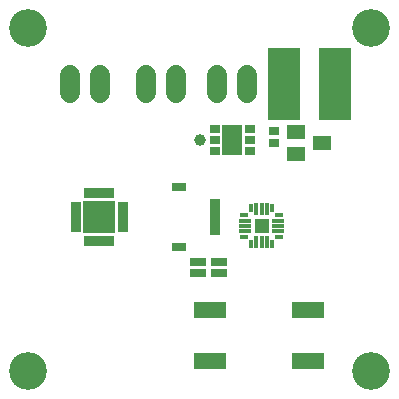
<source format=gbr>
G04 EAGLE Gerber X2 export*
%TF.Part,Single*%
%TF.FileFunction,Soldermask,Top,1*%
%TF.FilePolarity,Negative*%
%TF.GenerationSoftware,Autodesk,EAGLE,9.0.0*%
%TF.CreationDate,2018-04-30T11:42:59Z*%
G75*
%MOMM*%
%FSLAX34Y34*%
%LPD*%
%AMOC8*
5,1,8,0,0,1.08239X$1,22.5*%
G01*
%ADD10R,1.703200X2.503200*%
%ADD11R,0.913200X0.663200*%
%ADD12R,2.703200X2.703200*%
%ADD13R,0.503200X0.953200*%
%ADD14R,0.953200X0.503200*%
%ADD15R,2.703200X6.203200*%
%ADD16R,1.603200X1.203200*%
%ADD17R,0.903200X0.803200*%
%ADD18C,1.703200*%
%ADD19R,1.303200X1.303200*%
%ADD20R,0.453200X1.003200*%
%ADD21R,1.003200X0.453200*%
%ADD22R,0.753200X0.453200*%
%ADD23R,0.453200X0.753200*%
%ADD24R,2.743200X1.473200*%
%ADD25R,1.403200X0.803200*%
%ADD26R,0.903200X0.503200*%
%ADD27R,1.203200X0.803200*%
%ADD28C,3.203200*%
%ADD29C,1.003200*%


D10*
X202500Y225000D03*
D11*
X187700Y234400D03*
X187700Y225000D03*
X187700Y215600D03*
X217300Y225000D03*
X217300Y215500D03*
X217300Y234500D03*
D12*
X90000Y160000D03*
D13*
X80000Y180000D03*
X85000Y180000D03*
X90000Y180000D03*
X95000Y180000D03*
X100000Y180000D03*
X100000Y140000D03*
X95000Y140000D03*
X90000Y140000D03*
X85000Y140000D03*
X80000Y140000D03*
D14*
X110000Y150000D03*
X110000Y155000D03*
X110000Y160000D03*
X110000Y165000D03*
X110000Y170000D03*
X70000Y170000D03*
X70000Y165000D03*
X70000Y160000D03*
X70000Y155000D03*
X70000Y150000D03*
D15*
X289250Y272500D03*
X246250Y272500D03*
D16*
X278500Y222500D03*
X256500Y213000D03*
X256500Y232000D03*
D17*
X237500Y222500D03*
X237500Y232500D03*
D18*
X155200Y265000D02*
X155200Y280000D01*
X129800Y280000D02*
X129800Y265000D01*
X90200Y265000D02*
X90200Y280000D01*
X64800Y280000D02*
X64800Y265000D01*
D19*
X227500Y152500D03*
D20*
X223000Y166500D03*
X227500Y166500D03*
X232000Y166500D03*
X223000Y138500D03*
X227500Y138500D03*
X232000Y138500D03*
D21*
X241000Y148000D03*
X241000Y152500D03*
X241000Y157000D03*
X213500Y148000D03*
X213500Y152500D03*
X213500Y157000D03*
D22*
X212300Y143500D03*
D23*
X218500Y137300D03*
X218500Y167700D03*
D22*
X212300Y161500D03*
D23*
X236500Y167700D03*
X236500Y137300D03*
D22*
X242300Y143500D03*
X242300Y161500D03*
D24*
X183710Y81590D03*
X183710Y38410D03*
X266290Y38410D03*
X266290Y81590D03*
D18*
X215200Y265000D02*
X215200Y280000D01*
X189800Y280000D02*
X189800Y265000D01*
D25*
X191500Y112700D03*
X191500Y122300D03*
X173500Y122300D03*
X173500Y112700D03*
D26*
X187700Y157500D03*
X187700Y162500D03*
X187700Y167500D03*
X187700Y152500D03*
X187700Y147500D03*
X187700Y172500D03*
D27*
X157700Y185000D03*
X157700Y135000D03*
D28*
X30000Y320000D03*
X30000Y30000D03*
X320000Y30000D03*
X320000Y320000D03*
D29*
X175000Y225000D03*
M02*

</source>
